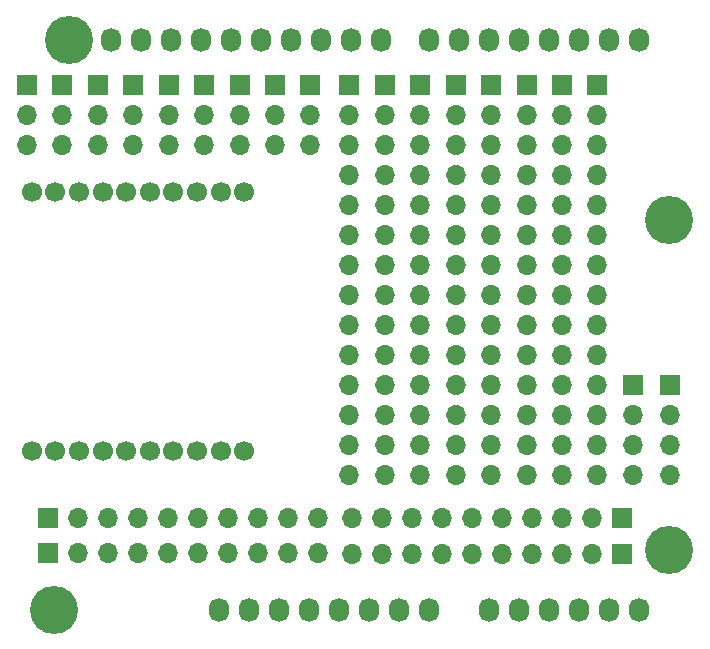
<source format=gbr>
G04 #@! TF.GenerationSoftware,KiCad,Pcbnew,5.1.1*
G04 #@! TF.CreationDate,2019-06-18T22:22:24-05:00*
G04 #@! TF.ProjectId,arduino_shield,61726475-696e-46f5-9f73-6869656c642e,rev?*
G04 #@! TF.SameCoordinates,Original*
G04 #@! TF.FileFunction,Copper,L2,Bot*
G04 #@! TF.FilePolarity,Positive*
%FSLAX46Y46*%
G04 Gerber Fmt 4.6, Leading zero omitted, Abs format (unit mm)*
G04 Created by KiCad (PCBNEW 5.1.1) date 2019-06-18 22:22:24*
%MOMM*%
%LPD*%
G04 APERTURE LIST*
%ADD10R,1.700000X1.700000*%
%ADD11O,1.700000X1.700000*%
%ADD12C,1.700000*%
%ADD13O,1.727200X2.032000*%
%ADD14C,4.064000*%
G04 APERTURE END LIST*
D10*
X177165000Y-104775000D03*
D11*
X177165000Y-107315000D03*
X177165000Y-109855000D03*
X177165000Y-112395000D03*
X173990000Y-112395000D03*
X173990000Y-109855000D03*
X173990000Y-107315000D03*
D10*
X173990000Y-104775000D03*
X173101000Y-116078000D03*
D11*
X170561000Y-116078000D03*
X168021000Y-116078000D03*
X165481000Y-116078000D03*
X162941000Y-116078000D03*
X160401000Y-116078000D03*
X157861000Y-116078000D03*
X155321000Y-116078000D03*
X152781000Y-116078000D03*
X150241000Y-116078000D03*
X150241000Y-119126000D03*
X152781000Y-119126000D03*
X155321000Y-119126000D03*
X157861000Y-119126000D03*
X160401000Y-119126000D03*
X162941000Y-119126000D03*
X165481000Y-119126000D03*
X168021000Y-119126000D03*
X170561000Y-119126000D03*
D10*
X173101000Y-119126000D03*
X124460000Y-119078000D03*
D11*
X127000000Y-119078000D03*
X129540000Y-119078000D03*
X132080000Y-119078000D03*
X134620000Y-119078000D03*
X137160000Y-119078000D03*
X139700000Y-119078000D03*
X142240000Y-119078000D03*
X144780000Y-119078000D03*
X147320000Y-119078000D03*
X147320000Y-116078000D03*
X144780000Y-116078000D03*
X142240000Y-116078000D03*
X139700000Y-116078000D03*
X137160000Y-116078000D03*
X134620000Y-116078000D03*
X132080000Y-116078000D03*
X129540000Y-116078000D03*
X127000000Y-116078000D03*
D10*
X124460000Y-116078000D03*
X146682000Y-79375000D03*
D11*
X146682000Y-81915000D03*
X146682000Y-84455000D03*
D10*
X143682000Y-79375000D03*
D11*
X143682000Y-81915000D03*
X143682000Y-84455000D03*
D10*
X140682000Y-79375000D03*
D11*
X140682000Y-81915000D03*
X140682000Y-84455000D03*
D10*
X137682000Y-79375000D03*
D11*
X137682000Y-81915000D03*
X137682000Y-84455000D03*
D10*
X134682000Y-79375000D03*
D11*
X134682000Y-81915000D03*
X134682000Y-84455000D03*
D10*
X131682000Y-79375000D03*
D11*
X131682000Y-81915000D03*
X131682000Y-84455000D03*
D10*
X128682000Y-79375000D03*
D11*
X128682000Y-81915000D03*
X128682000Y-84455000D03*
D10*
X125682000Y-79375000D03*
D11*
X125682000Y-81915000D03*
X125682000Y-84455000D03*
D10*
X170987000Y-79375000D03*
D11*
X170987000Y-81915000D03*
X170987000Y-84455000D03*
X170987000Y-86995000D03*
X170987000Y-89535000D03*
X170987000Y-92075000D03*
X170987000Y-94615000D03*
X170987000Y-97155000D03*
X170987000Y-99695000D03*
X170987000Y-102235000D03*
X170987000Y-104775000D03*
X170987000Y-107315000D03*
X170987000Y-109855000D03*
X170987000Y-112395000D03*
D10*
X167987000Y-79375000D03*
D11*
X167987000Y-81915000D03*
X167987000Y-84455000D03*
X167987000Y-86995000D03*
X167987000Y-89535000D03*
X167987000Y-92075000D03*
X167987000Y-94615000D03*
X167987000Y-97155000D03*
X167987000Y-99695000D03*
X167987000Y-102235000D03*
X167987000Y-104775000D03*
X167987000Y-107315000D03*
X167987000Y-109855000D03*
X167987000Y-112395000D03*
D10*
X164987000Y-79375000D03*
D11*
X164987000Y-81915000D03*
X164987000Y-84455000D03*
X164987000Y-86995000D03*
X164987000Y-89535000D03*
X164987000Y-92075000D03*
X164987000Y-94615000D03*
X164987000Y-97155000D03*
X164987000Y-99695000D03*
X164987000Y-102235000D03*
X164987000Y-104775000D03*
X164987000Y-107315000D03*
X164987000Y-109855000D03*
X164987000Y-112395000D03*
D10*
X161987000Y-79375000D03*
D11*
X161987000Y-81915000D03*
X161987000Y-84455000D03*
X161987000Y-86995000D03*
X161987000Y-89535000D03*
X161987000Y-92075000D03*
X161987000Y-94615000D03*
X161987000Y-97155000D03*
X161987000Y-99695000D03*
X161987000Y-102235000D03*
X161987000Y-104775000D03*
X161987000Y-107315000D03*
X161987000Y-109855000D03*
X161987000Y-112395000D03*
D10*
X158987000Y-79375000D03*
D11*
X158987000Y-81915000D03*
X158987000Y-84455000D03*
X158987000Y-86995000D03*
X158987000Y-89535000D03*
X158987000Y-92075000D03*
X158987000Y-94615000D03*
X158987000Y-97155000D03*
X158987000Y-99695000D03*
X158987000Y-102235000D03*
X158987000Y-104775000D03*
X158987000Y-107315000D03*
X158987000Y-109855000D03*
X158987000Y-112395000D03*
D10*
X155987000Y-79375000D03*
D11*
X155987000Y-81915000D03*
X155987000Y-84455000D03*
X155987000Y-86995000D03*
X155987000Y-89535000D03*
X155987000Y-92075000D03*
X155987000Y-94615000D03*
X155987000Y-97155000D03*
X155987000Y-99695000D03*
X155987000Y-102235000D03*
X155987000Y-104775000D03*
X155987000Y-107315000D03*
X155987000Y-109855000D03*
X155987000Y-112395000D03*
D10*
X152987000Y-79375000D03*
D11*
X152987000Y-81915000D03*
X152987000Y-84455000D03*
X152987000Y-86995000D03*
X152987000Y-89535000D03*
X152987000Y-92075000D03*
X152987000Y-94615000D03*
X152987000Y-97155000D03*
X152987000Y-99695000D03*
X152987000Y-102235000D03*
X152987000Y-104775000D03*
X152987000Y-107315000D03*
X152987000Y-109855000D03*
X152987000Y-112395000D03*
X149987000Y-112395000D03*
X149987000Y-109855000D03*
X149987000Y-107315000D03*
X149987000Y-104775000D03*
X149987000Y-102235000D03*
X149987000Y-99695000D03*
X149987000Y-97155000D03*
X149987000Y-94615000D03*
X149987000Y-92075000D03*
X149987000Y-89535000D03*
X149987000Y-86995000D03*
X149987000Y-84455000D03*
X149987000Y-81915000D03*
D10*
X149987000Y-79375000D03*
D11*
X122682000Y-84455000D03*
X122682000Y-81915000D03*
D10*
X122682000Y-79375000D03*
D12*
X123080000Y-88441000D03*
X125080000Y-88441000D03*
X127080000Y-88441000D03*
X129080000Y-88441000D03*
X131080000Y-88441000D03*
X133080000Y-88441000D03*
X135080000Y-88441000D03*
X137080000Y-88441000D03*
X139080000Y-88441000D03*
X141080000Y-88441000D03*
X141080000Y-110441000D03*
X139080000Y-110441000D03*
X137080000Y-110441000D03*
X135080000Y-110441000D03*
X133080000Y-110441000D03*
X131080000Y-110441000D03*
X129080000Y-110441000D03*
X127080000Y-110441000D03*
X125080000Y-110441000D03*
X123080000Y-110441000D03*
D13*
X138938000Y-123825000D03*
X141478000Y-123825000D03*
X144018000Y-123825000D03*
X146558000Y-123825000D03*
X149098000Y-123825000D03*
X151638000Y-123825000D03*
X154178000Y-123825000D03*
X156718000Y-123825000D03*
X161798000Y-123825000D03*
X164338000Y-123825000D03*
X166878000Y-123825000D03*
X169418000Y-123825000D03*
X171958000Y-123825000D03*
X174498000Y-123825000D03*
X129794000Y-75565000D03*
X132334000Y-75565000D03*
X134874000Y-75565000D03*
X137414000Y-75565000D03*
X139954000Y-75565000D03*
X142494000Y-75565000D03*
X145034000Y-75565000D03*
X147574000Y-75565000D03*
X150114000Y-75565000D03*
X152654000Y-75565000D03*
X156718000Y-75565000D03*
X159258000Y-75565000D03*
X161798000Y-75565000D03*
X164338000Y-75565000D03*
X166878000Y-75565000D03*
X169418000Y-75565000D03*
X171958000Y-75565000D03*
X174498000Y-75565000D03*
D14*
X124968000Y-123825000D03*
X177038000Y-118745000D03*
X126238000Y-75565000D03*
X177038000Y-90805000D03*
M02*

</source>
